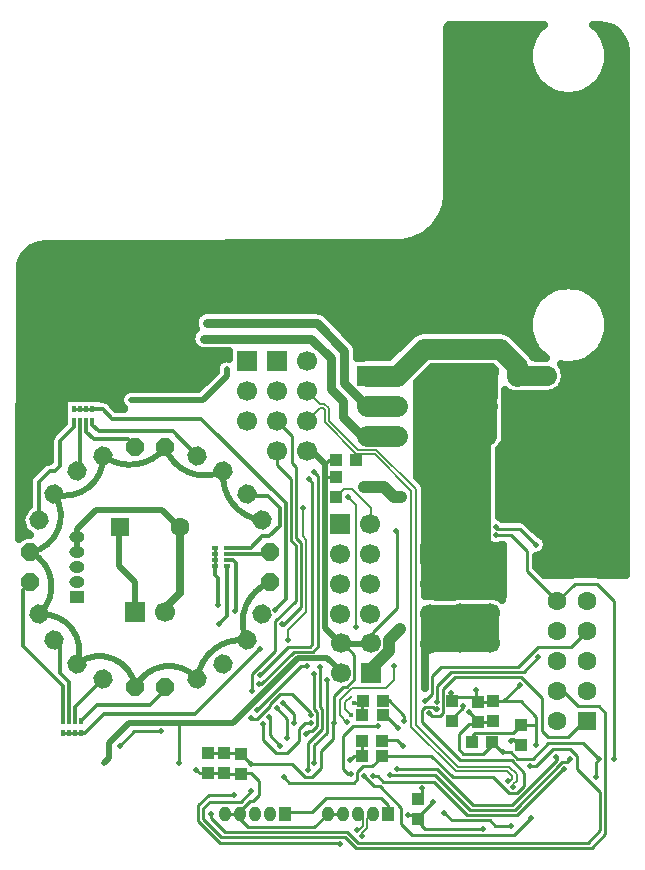
<source format=gtl>
G04 DipTrace 3.1.0.1*
G04 Top.gbr*
%MOIN*%
G04 #@! TF.FileFunction,Copper,L1,Top*
G04 #@! TF.Part,Single*
%AMOUTLINE0*5,1,8,0,0,0.066,-22.49998*%
%AMOUTLINE1*5,1,8,0,0,0.066,-262.500516*%
%AMOUTLINE2*5,1,8,0,0,0.066001,-232.500313*%
%AMOUTLINE3*5,1,8,0,0,0.066,7.499484*%
%AMOUTLINE4*5,1,8,0,0,0.066,-112.49998*%
%AMOUTLINE5*5,1,8,0,0,0.066,-202.49998*%
%AMOUTLINE6*5,1,8,0,0,0.066001,37.499687*%
%AMOUTLINE7*5,1,8,0,0,0.066,-82.500516*%
%AMOUTLINE8*5,1,8,0,0,0.066,-172.500516*%
%AMOUTLINE9*5,1,8,0,0,0.066,67.50002*%
%AMOUTLINE10*5,1,8,0,0,0.066001,-52.500313*%
%AMOUTLINE11*5,1,8,0,0,0.066001,-142.500313*%
G04 #@! TA.AperFunction,ViaPad*
%ADD14C,0.02*%
G04 #@! TA.AperFunction,Conductor*
%ADD15C,0.01*%
%ADD16C,0.04*%
%ADD17C,0.066929*%
%ADD18C,0.07*%
%ADD19C,0.03*%
%ADD21C,0.06*%
%ADD22C,0.14*%
G04 #@! TA.AperFunction,CopperBalancing*
%ADD23C,0.025*%
G04 #@! TA.AperFunction,Conductor*
%ADD24C,0.008*%
%ADD25C,0.014*%
%ADD26C,0.007*%
G04 #@! TA.AperFunction,ViaPad*
%ADD27C,0.015*%
G04 #@! TA.AperFunction,ComponentPad*
%ADD33C,0.062992*%
%ADD34R,0.062992X0.062992*%
%ADD35R,0.03937X0.043307*%
%ADD36R,0.043307X0.03937*%
G04 #@! TA.AperFunction,ComponentPad*
%ADD37R,0.066929X0.066929*%
%ADD38C,0.066929*%
%ADD39R,0.051181X0.03937*%
%ADD40O,0.051181X0.03937*%
%ADD41R,0.03937X0.051181*%
%ADD42O,0.03937X0.051181*%
%ADD43C,0.062992*%
%ADD46R,0.014X0.0195*%
%ADD47R,0.0195X0.014*%
G04 #@! TA.AperFunction,ViaPad*
%ADD59C,0.012*%
G04 #@! TA.AperFunction,ComponentPad*
%ADD120OUTLINE0*%
%ADD121OUTLINE1*%
%ADD122OUTLINE2*%
%ADD123OUTLINE3*%
%ADD124OUTLINE4*%
%ADD125OUTLINE5*%
%ADD126OUTLINE6*%
%ADD127OUTLINE7*%
%ADD128OUTLINE8*%
%ADD129OUTLINE9*%
%ADD130OUTLINE10*%
%ADD131OUTLINE11*%
%FSLAX26Y26*%
G04*
G70*
G90*
G75*
G01*
G04 Top*
%LPD*%
X1395002Y1751029D2*
D14*
X1411002D1*
X1454002Y1708029D1*
Y1661486D1*
Y1160029D1*
X1505002Y1109029D1*
X1507002D1*
X1935002Y881029D2*
D15*
X1965002Y851029D1*
Y848029D1*
X2013002D1*
X2014002Y849029D1*
X2047002Y746029D2*
X2046002D1*
X2013002Y779029D1*
Y772029D1*
X1983002Y742029D1*
X1916002D1*
X1901002Y757029D1*
Y807029D1*
X1935002Y841029D1*
X1958002D1*
X1965002Y848029D1*
X1065002Y743029D2*
X1118931D1*
X1119002Y742958D1*
X1174073D1*
X1175002Y742029D1*
X1174002D2*
X1208002Y708029D1*
X1209002Y707029D1*
X1507002Y1109029D2*
X1515002D1*
X1553002Y1071029D1*
Y991029D1*
X1527002Y965029D1*
X1515002D1*
X1485002Y935029D1*
Y845029D1*
X1481002D1*
Y790029D1*
X1441002Y750029D1*
Y695029D1*
X1411002Y665029D1*
X1389002D1*
X1346002Y708029D1*
X1208002D1*
X2047002Y746029D2*
X2074002D1*
X2096002Y724029D1*
X2147002D1*
X2200002Y777029D1*
X2315002D1*
X2369002Y723029D1*
X2419002D2*
Y1251029D1*
X2362002Y1308029D1*
X2288002D1*
X2229002Y1249029D1*
X2074002Y502029D2*
X2023002D1*
X2006002Y519029D1*
X1878002D1*
X1852002Y545029D1*
X2357002Y664029D2*
Y711029D1*
X2369002Y723029D1*
X1507002Y1109029D2*
Y1107029D1*
D14*
X1607002D1*
D15*
Y1109029D1*
X1615002D1*
Y1147029D1*
X1696002Y1228029D1*
Y1480029D1*
X1691002Y1485029D1*
X2024002Y1470029D2*
X2074002D1*
X2128002Y1416029D1*
Y1350029D1*
X2229002Y1249029D1*
X1492279Y1722201D2*
X1468174D1*
X1454002Y1708029D1*
X1493002Y1663958D2*
X1456475D1*
X1454002Y1661486D1*
X1706002Y1158029D2*
D16*
X1669002Y1121029D1*
Y1085029D1*
X1607002Y1023029D1*
Y1009029D1*
X1507002D2*
D14*
Y1016029D1*
X1463002Y1060029D1*
X1364002D1*
X1149002Y845029D1*
X967002D1*
X802002D1*
X734304Y777331D1*
Y727331D1*
X717002Y710029D1*
X1584002Y1629029D2*
D16*
X1653002D1*
X1685002Y1597029D1*
X1707002D1*
X1664753Y542029D2*
D15*
Y571278D1*
X1643002Y593029D1*
X1460002D1*
X1413002Y546029D1*
X1321002D1*
Y542029D1*
X967002Y711029D2*
Y845029D1*
X772002Y1496029D2*
D14*
X769002D1*
Y1367029D1*
X823002Y1313029D1*
Y1214029D1*
X808002Y1921029D2*
X1047723D1*
X1127002Y2000309D1*
Y2023029D1*
X823002Y963029D2*
G03X629702Y1041830I-119567J-16815D01*
G01*
G03X501396Y1206331I-116657J41299D01*
G01*
G03X473002Y1413029I-82952J93904D01*
G01*
G03X551803Y1606330I-22168J121749D01*
G01*
G03X716304Y1734635I34686J125136D01*
G01*
G03X923002Y1763029I89025J118475D01*
G01*
G03X1116303Y1684228I130454J43523D01*
G01*
G03X1244609Y1519727I147526J-17222D01*
G01*
X1273002Y1313029D2*
G03X1194202Y1119728I49385J-132844D01*
G01*
G03X1029700Y991423I-17991J-146541D01*
G01*
G03X823002Y963029I-93956J-82575D01*
G01*
X2195298Y1801029D2*
D17*
X2095298D1*
Y1885029D1*
X2211288D1*
X2195034Y1901284D1*
X2095034D2*
X2195034D1*
X2095298Y1801029D2*
Y1851029D1*
D18*
X2424002D1*
Y2560029D1*
X2052823Y2931209D1*
D14*
X2021002Y2963029D1*
X1595002Y1901029D2*
D18*
X1695002D1*
X1062002Y2178029D2*
D19*
X1427002D1*
X1520002Y2085029D1*
Y1976029D1*
X1595002Y1901029D1*
X1695002Y1801029D2*
D18*
X1595002D1*
D19*
X1579002D1*
X1515002Y1865029D1*
Y1916029D1*
X1474002Y1957029D1*
Y2061029D1*
X1410002Y2125029D1*
X1051002D1*
X1906371Y1409185D2*
D17*
Y1354398D1*
D22*
X1938002Y1386029D1*
Y1958060D1*
D17*
X1895034Y2001029D1*
Y1869738D1*
D18*
X1895298D1*
Y1801029D1*
D17*
X1995298D1*
Y1932570D1*
D18*
X1995034D1*
Y2001029D1*
D17*
X1895034D1*
Y1904459D1*
D18*
X1946622Y1852872D1*
D17*
X1995034Y1901284D1*
Y1901298D1*
D18*
X1943710Y1952622D1*
D17*
Y1849441D1*
X1895298Y1801029D1*
X1895034Y1901284D2*
X1995034D1*
X1395002Y1951029D2*
D24*
X1438002Y1908029D1*
X1452703D1*
X1468277Y1892453D1*
Y1851755D1*
X1565002Y1755029D1*
X1626586D1*
X1757502Y1624114D1*
Y837742D1*
X1897215Y698029D1*
X2069215D1*
X2093533Y673711D1*
Y651024D1*
X2083139Y640629D1*
Y632143D1*
X1395002Y1851029D2*
X1438002Y1894029D1*
X1446903D1*
X1454277Y1886655D1*
Y1845955D1*
X1559203Y1741029D1*
X1620787D1*
X1743502Y1618316D1*
Y831944D1*
X1891417Y684029D1*
X2063417D1*
X2079533Y667913D1*
Y656822D1*
X2073239Y650529D1*
X2064753D1*
X1559208Y1722201D2*
Y1737731D1*
X1562506Y1741029D1*
X1620787D1*
X1493002Y1597029D2*
Y1599029D1*
X1517002Y1623029D1*
X1545002D1*
X1609002Y1559029D1*
Y1511280D1*
X1606502Y1508780D1*
X1579002Y468029D2*
Y476515D1*
X1596753Y494264D1*
Y512830D1*
Y516830D1*
Y528029D1*
X1610753Y542029D1*
X1614753D1*
X1560617Y486415D2*
X1569102Y486413D1*
X1582753Y500064D1*
Y512830D1*
Y516830D1*
Y528029D1*
X1568753Y542029D1*
X1564753D1*
X1407002Y845029D2*
D15*
X1390002D1*
X1369002Y824029D1*
Y784029D1*
X1330002Y745029D1*
X1292002D1*
X1249002Y788029D1*
Y842029D1*
X1213002Y950029D2*
Y1008029D1*
X1290002Y1085029D1*
Y1184029D1*
X1357002Y1251029D1*
Y1436029D1*
X1342002Y1451029D1*
Y1658029D1*
X1295002Y1705029D1*
Y1751029D1*
X2329002Y849029D2*
X2317002D1*
X2265002Y797029D1*
X2200002D1*
X2179002Y818029D1*
Y927029D1*
X2109002Y997029D1*
X1890002D1*
X1849002Y956029D1*
Y878029D1*
X1837002Y866029D1*
X1811002D1*
X1801002Y876029D1*
X1417002Y1007029D2*
X1418002Y1006029D1*
Y891029D1*
X1428002Y881029D1*
Y834029D1*
X1411002Y817029D1*
X1403002D1*
X1393002Y807029D1*
X2226002Y732029D2*
X2228002D1*
Y719029D1*
X2080002Y571029D1*
X1947002D1*
X1828002Y690029D1*
X1695002D1*
X1312002Y1174029D2*
X1315002Y1171029D1*
X1376002Y1232029D1*
Y1443029D1*
X1360002Y1459029D1*
Y1697029D1*
X1345002Y1712029D1*
Y1801029D1*
X1295002Y1851029D1*
X1090002Y1368029D2*
Y1388029D1*
Y1408029D1*
Y1428029D1*
X582002Y811029D2*
X602002D1*
X622002D1*
X642002D1*
D25*
X656002D1*
X718002Y873029D1*
X1022002D1*
X1240002Y1091029D1*
X1099002Y1237029D2*
Y1328029D1*
X1090002Y1337029D1*
Y1368029D1*
X620002Y1890029D2*
D15*
X640002D1*
X660002D1*
X680002D1*
D25*
X714002D1*
X746002Y1858029D1*
X1043002D1*
X1324002Y1577029D1*
Y1256029D1*
X1288876Y1220903D1*
X582002Y851029D2*
Y967029D1*
X448002Y1101029D1*
Y1288029D1*
X473002Y1313029D1*
X2139002Y699029D2*
D15*
X2157002D1*
X2215002Y757029D1*
X2272002D1*
X2294002Y735029D1*
Y692029D1*
X2373002Y613029D1*
Y487029D1*
X2331002Y445029D1*
X1564002D1*
X1529002Y480029D1*
X1121002D1*
X1075002Y526029D1*
Y541029D1*
X1916002Y901029D2*
Y895029D1*
X1870002Y849029D1*
X1880002D1*
X2074002Y783029D2*
X2081002Y790029D1*
X2101002Y770029D1*
X2107002D1*
X1780002Y626029D2*
Y606029D1*
X1765002Y591029D1*
X1645931Y784029D2*
Y787029D1*
X1695002D1*
X1715002Y767029D1*
X1698002Y828029D2*
X1655002Y871029D1*
X1646931D1*
X1719002Y850029D2*
Y867029D1*
X1667002Y919029D1*
X1648931D1*
X1647931Y918029D1*
X1645002Y735029D2*
X1810002D1*
X1882002Y663029D1*
X2014002D1*
X2068002Y609029D1*
X2095002D1*
X2120002Y634029D1*
Y676029D1*
X2077002Y719029D1*
X1905002D1*
X1778002Y846029D1*
Y887029D1*
X1788002Y897029D1*
X1814002D1*
X1825002Y886029D1*
X1828002Y889029D1*
X1645002Y735029D2*
X1647002D1*
X1611002Y699029D1*
X1583002D1*
X1563002Y679029D1*
Y657029D1*
X1551002Y645029D1*
X1335002D1*
X1317002Y663029D1*
X1315002Y910029D2*
X1351002Y874029D1*
Y844029D1*
X1207002Y860029D2*
X1205002Y858029D1*
X1230002D1*
X1273273Y901299D1*
Y907299D1*
X1305002Y939029D1*
X1346002D1*
X1407002Y878029D1*
Y871029D1*
X1130002Y1368029D2*
D25*
Y1201029D1*
X1103002Y1174029D1*
X660002Y1850029D2*
Y1814029D1*
X685002Y1789029D1*
X797002D1*
X823002Y1763029D1*
X1130002Y1428029D2*
X1207002D1*
X1245002Y1466029D1*
X1269002D1*
X1304002Y1501029D1*
Y1559029D1*
X1264002Y1599029D1*
X1201909D1*
X1194609Y1606331D1*
X923002Y963029D2*
Y954029D1*
X873002Y904029D1*
X695002D1*
X642002Y851029D1*
X680002Y1850029D2*
Y1838029D1*
X702002Y1816029D1*
X947900D1*
X1029700Y1734228D1*
X622002Y851029D2*
Y897528D1*
X716304Y991830D1*
X1130002Y1408029D2*
X1268002D1*
X1273002Y1413029D1*
X501803Y1519727D2*
Y1646830D1*
X538002Y1683029D1*
X554002D1*
X573002Y1702029D1*
Y1783029D1*
X619002Y1829029D1*
Y1849029D1*
X620002Y1850029D1*
X640002D2*
Y1694936D1*
X629700Y1684635D1*
X1130002Y1388029D2*
X1147002D1*
X1158002Y1377029D1*
Y1222029D1*
X1154002Y1218029D1*
X602002Y851029D2*
Y981029D1*
X573002Y1010029D1*
Y1098122D1*
X551396Y1119727D1*
X1595002Y2001029D2*
D18*
X1695002D1*
X2095034D2*
D17*
X2195034D1*
X1806106Y1108912D2*
D23*
X1787002D1*
Y960029D1*
X630002Y1463029D2*
D14*
Y1492029D1*
X692002Y1554029D1*
X912002D1*
X971002Y1495029D1*
X972002Y1496029D1*
X630002Y1413029D2*
Y1463029D1*
X972002Y1496029D2*
D23*
Y1276029D1*
X909002Y1213029D1*
D15*
X924002D1*
X923002Y1214029D1*
X1880002Y915958D2*
X1875002D1*
Y944029D1*
X1880002Y915958D2*
X1877931D1*
X1893002Y931029D1*
X1948931D1*
X1965002Y914958D1*
X2013002D1*
X2014002Y915958D1*
X1765002Y524100D2*
Y529966D1*
X1776002Y540966D1*
X1816065Y581029D1*
X2014002Y915958D2*
X2049931D1*
X2104002Y970029D1*
X1958002Y955029D2*
Y921958D1*
X1965002Y914958D1*
X2159002Y771029D2*
Y835958D1*
Y864029D1*
X2107073Y915958D1*
X2014002D1*
X1580002Y784029D2*
X1579002D1*
X1580002Y871029D2*
Y909029D1*
X1551002D1*
X1581002Y918029D2*
X1582002D1*
Y911029D1*
X1580002Y909029D1*
X1732002Y538029D2*
X1751073D1*
X1765002Y524100D1*
X1981002Y492029D2*
X1787002D1*
X1776002Y503029D1*
Y540966D1*
X1578073Y735029D2*
Y783100D1*
X1946073Y779029D2*
Y801100D1*
X1956002Y811029D1*
X2081073D1*
X2107002Y836958D1*
X2159002Y835958D1*
X1171002Y542029D2*
Y550029D1*
X1205002Y584029D1*
X1215002D1*
X1235002Y604029D1*
Y651029D1*
X1210002Y676029D1*
X1175931D1*
X1175002Y675100D1*
X1119931D1*
X1119002Y676029D1*
X1065073D1*
X1065002Y676100D1*
X1036931D1*
X1025002Y688029D1*
X1171002Y542029D2*
Y524029D1*
X1199002Y496029D1*
X1418753D1*
X1464753Y542029D1*
X1121002D2*
X1171002D1*
X1464753D2*
X1514753D1*
X2095034Y2001029D2*
D18*
Y2034997D1*
X2038002Y2092029D1*
X1786002D1*
X1695002Y2001029D1*
X1806106Y1208912D2*
D21*
X1906098D1*
X1906371Y1209185D1*
X2006382D1*
Y1109185D1*
X1906371D1*
X1806379D1*
X1806106Y1108912D1*
Y1208912D1*
X1906371Y1209185D2*
Y1109185D1*
X2006382D2*
X2006371D1*
X1906371Y1209185D1*
X1806106Y1208912D2*
X1806644D1*
X1906371Y1109185D1*
Y1209185D2*
D15*
Y1209177D1*
X1806106Y1108912D1*
X2006382Y1209185D2*
X2006371D1*
X1906371Y1109185D1*
X1578073Y735029D2*
X1551002D1*
X1537002Y721029D1*
X1543002Y869029D2*
D26*
X1523002Y889029D1*
Y913029D1*
X1541002Y931029D1*
X1333002Y1121029D2*
Y1153029D1*
X1393002Y1213029D1*
Y1455029D1*
X1382002Y1466029D1*
Y1562029D1*
X2166002Y1063029D2*
D15*
X2117002Y1014029D1*
X1874002D1*
X1827002Y967029D1*
Y915029D1*
X1438002Y1029029D2*
Y896029D1*
X1445002Y889029D1*
Y824029D1*
X1399002Y778029D1*
Y687029D1*
X2251002Y689029D2*
X2247002D1*
X2096002Y538029D1*
X1930002D1*
X1820002Y648029D1*
X1650002D1*
X1631002Y667029D1*
X1615002D1*
X1306002Y768029D2*
X1271002Y803029D1*
Y862029D1*
X1270002Y863029D1*
X1234002Y973029D2*
X1242002D1*
X1351002Y1082029D1*
X1416002D1*
X1433002Y1099029D1*
Y1668029D1*
X1419002Y1682029D1*
X2229002Y949029D2*
X2249002D1*
X2297002Y901029D1*
X2367002D1*
X2390002Y878029D1*
Y474029D1*
X2344002Y428029D1*
X1558002D1*
X1523002Y463029D1*
X1110002D1*
X1049002Y524029D1*
Y560029D1*
X1071002Y582029D1*
X1174002D1*
X1209002Y617029D1*
X1401002Y1657029D2*
X1413002Y1645029D1*
Y1107029D1*
X1404002Y1098029D1*
X1333002D1*
X1238002Y1003029D1*
X1294002Y894029D2*
X1330002Y858029D1*
Y793029D1*
X2273002Y723029D2*
X2272002Y724029D1*
X2261002Y713029D1*
X2245002D1*
X2087002Y555029D1*
X1937002D1*
X1823002Y669029D1*
X1673002D1*
X2024002Y1496029D2*
Y1492029D1*
X2104002D1*
X2158002Y1438029D1*
X1396002Y1034029D2*
X1376002D1*
X1228002Y886029D1*
X909002Y817029D2*
X820002D1*
X771002Y768029D1*
X2143002Y528029D2*
X2085002Y470029D1*
X1746002D1*
X1710002Y506029D1*
Y560029D1*
X1637002Y633029D1*
X1619002D1*
X1585002Y667029D1*
X1541002Y673029D2*
X1531002D1*
X1515002Y689029D1*
Y801029D1*
X1547002Y833029D1*
X1631002D1*
X1531002Y1597029D2*
D26*
X1559002Y1569029D1*
Y1164029D1*
X1686002Y1033029D2*
Y988029D1*
X1658002Y960029D1*
X1544002D1*
X1505002Y921029D1*
Y869029D1*
X1529002Y845029D1*
Y847029D1*
X2329002Y1149029D2*
D15*
X2276002Y1096029D1*
X2166002D1*
X2100002Y1030029D1*
X1842002D1*
X1811002Y999029D1*
Y940029D1*
X1789002Y918029D1*
X1462002Y987029D2*
Y812029D1*
X1420002Y770029D1*
Y709029D1*
X1153002Y604029D2*
X1067002D1*
X1032002Y569029D1*
Y517029D1*
X1106002Y443029D1*
X1504002D1*
X1506002Y441029D1*
D14*
X1935002Y881029D3*
X2047002Y746029D3*
X1209002Y707029D3*
X2369002Y723029D3*
X2419002D3*
X2047002Y746029D3*
X2074002Y502029D3*
X1852002Y545029D3*
X2357002Y664029D3*
X1691002Y1485029D3*
X2024002Y1470029D3*
X1485002Y845029D3*
X1706002Y1158029D3*
X717002Y710029D3*
X1584002Y1629029D3*
X1707002Y1597029D3*
X967002Y711029D3*
X808002Y1921029D3*
X1127002Y2023029D3*
X1062002Y2178029D3*
X1051002Y2125029D3*
X2083139Y632143D3*
X2064753Y650529D3*
X1579002Y468029D3*
X1560617Y486415D3*
X1407002Y845029D3*
X1249002Y842029D3*
X1213002Y950029D3*
X1801002Y876029D3*
X1417002Y1007029D3*
X1393002Y807029D3*
X2226002Y732029D3*
X1695002Y690029D3*
X1312002Y1174029D3*
X1240002Y1091029D3*
X1099002Y1237029D3*
X1288876Y1220903D3*
X2139002Y699029D3*
X1075002Y541029D3*
X1916002Y901029D3*
X2074002Y783029D3*
X1780002Y626029D3*
X1715002Y767029D3*
X1698002Y828029D3*
X1719002Y850029D3*
X1828002Y889029D3*
X1317002Y663029D3*
X1315002Y910029D3*
X1351002Y844029D3*
X1207002Y860029D3*
X1407002Y871029D3*
X1103002Y1174029D3*
X1154002Y1218029D3*
X1787002Y960029D3*
X1875002Y944029D3*
X1787002Y960029D3*
X1816065Y581029D3*
X2104002Y970029D3*
X1958002Y955029D3*
X2159002Y771029D3*
D27*
X1551002Y909029D3*
D14*
X1732002Y538029D3*
X1981002Y492029D3*
X1025002Y688029D3*
X1537002Y721029D3*
D27*
X1543002Y869029D3*
D59*
X1541002Y931029D3*
D14*
X1333002Y1121029D3*
X1382002Y1562029D3*
X2166002Y1063029D3*
X1827002Y915029D3*
X1438002Y1029029D3*
X1399002Y687029D3*
X2251002Y689029D3*
X1615002Y667029D3*
X1306002Y768029D3*
X1270002Y863029D3*
X1234002Y973029D3*
X1419002Y1682029D3*
X1209002Y617029D3*
X1401002Y1657029D3*
X1238002Y1003029D3*
X1294002Y894029D3*
X1330002Y793029D3*
X2273002Y723029D3*
X1673002Y669029D3*
X2024002Y1496029D3*
X2158002Y1438029D3*
X1396002Y1034029D3*
X1228002Y886029D3*
X909002Y817029D3*
X771002Y768029D3*
X2143002Y528029D3*
X1585002Y667029D3*
X1541002Y673029D3*
X1631002Y833029D3*
X1531002Y1597029D3*
X1559002Y1164029D3*
X1686002Y1033029D3*
X1529002Y847029D3*
X1789002Y918029D3*
X1462002Y987029D3*
X1420002Y709029D3*
X1153002Y604029D3*
X1506002Y441029D3*
X1871002Y3163029D3*
X1921002D3*
X1971002D3*
X2021002D3*
X2071002D3*
X2121002D3*
Y3113029D3*
X2071002D3*
X2021002D3*
X1971002D3*
X1921002D3*
X1871002D3*
Y3063029D3*
X1921002D3*
X1971002D3*
X2021002D3*
X2071002D3*
X2121002D3*
Y3013029D3*
X2071002D3*
X2021002D3*
X1971002D3*
X1921002D3*
X1871002D3*
Y2963029D3*
X1921002D3*
X1971002D3*
X2021002D3*
X2071002D3*
X2121002D3*
X471002Y2263029D3*
Y2213029D3*
Y2163029D3*
Y2113029D3*
Y2063029D3*
Y2013029D3*
Y1963029D3*
Y1813029D3*
Y1763029D3*
Y1713029D3*
Y1663029D3*
X521002Y1713029D3*
Y1763029D3*
Y1813029D3*
X671002Y2413029D3*
X771002D3*
X871002D3*
X971002D3*
X1071002D3*
X1171002D3*
X1271002D3*
X1371002D3*
X1471002D3*
X1571002D3*
X1671002D3*
X1771002D3*
Y2313029D3*
X571002Y2263029D3*
Y2163029D3*
Y2063029D3*
X1671002Y2313029D3*
X1571002D3*
X1421002Y2363029D3*
X1321002D3*
X1221002D3*
X1121002D3*
X1021002D3*
X1521002D3*
X1621002D3*
X1721002D3*
Y2263029D3*
X1621002D3*
X571002Y1963029D3*
X2221002Y2863029D3*
X2321002D3*
X2221002Y2763029D3*
X2321002D3*
Y2663029D3*
X2221002D3*
Y2563029D3*
X2321002D3*
Y2463029D3*
X2221002D3*
X2321002Y2363029D3*
X2221002D3*
X2121002Y2263029D3*
Y2163029D3*
X2321002Y1963029D3*
Y1863029D3*
X1071002Y2263029D3*
X1171002D3*
X1371002D3*
X1271002D3*
X971002D3*
X1471002D3*
X1671002Y2163029D3*
X1571002D3*
X1771002D3*
X671002Y1963029D3*
Y2063029D3*
Y2163029D3*
Y2263029D3*
X2071002Y1663029D3*
X2171002D3*
X2271002D3*
X2371002Y1763029D3*
Y1863029D3*
Y1963029D3*
Y1563029D3*
Y1463029D3*
X1865014Y3146660D2*
D23*
X2158060D1*
X2375951D2*
X2428959D1*
X1865063Y3121791D2*
X2143462D1*
X2390502D2*
X2446342D1*
X1865111Y3096923D2*
X2135160D1*
X2398851D2*
X2453959D1*
X1865160Y3072054D2*
X2131938D1*
X2402075D2*
X2456010D1*
X1865210Y3047185D2*
X2133451D1*
X2400560D2*
X2456010D1*
X1865258Y3022316D2*
X2139799D1*
X2394214D2*
X2456010D1*
X1865307Y2997448D2*
X2151908D1*
X2382103D2*
X2456010D1*
X1865355Y2972579D2*
X2171879D1*
X2362084D2*
X2456010D1*
X1865404Y2947710D2*
X2207622D1*
X2326391D2*
X2456010D1*
X1865454Y2922841D2*
X2456010D1*
X1865454Y2897973D2*
X2456010D1*
X1865502Y2873104D2*
X2456010D1*
X1865551Y2848235D2*
X2456010D1*
X1865599Y2823366D2*
X2456010D1*
X1865648Y2798497D2*
X2456010D1*
X1865698Y2773629D2*
X2456010D1*
X1865746Y2748760D2*
X2456010D1*
X1865795Y2723891D2*
X2456010D1*
X1865844Y2699022D2*
X2456010D1*
X1865892Y2674154D2*
X2456010D1*
X1865942Y2649285D2*
X2456010D1*
X1865991Y2624416D2*
X2456010D1*
X1865014Y2599547D2*
X2456010D1*
X1861450Y2574679D2*
X2456010D1*
X1853198Y2549810D2*
X2456010D1*
X1841479Y2524941D2*
X2456010D1*
X1823559Y2500072D2*
X2456010D1*
X1795727Y2475204D2*
X2456010D1*
X1744603Y2450335D2*
X2456010D1*
X476391Y2425466D2*
X2456010D1*
X452758Y2400597D2*
X2456010D1*
X442748Y2375728D2*
X2456010D1*
X440991Y2350860D2*
X2456010D1*
X440892Y2325991D2*
X2456010D1*
X440844Y2301122D2*
X2244340D1*
X2289623D2*
X2456010D1*
X440746Y2276253D2*
X2185063D1*
X2348900D2*
X2456010D1*
X440648Y2251385D2*
X2159770D1*
X2374242D2*
X2456010D1*
X440599Y2226516D2*
X2144487D1*
X2389526D2*
X2456010D1*
X440502Y2201647D2*
X1025395D1*
X1464575D2*
X2135698D1*
X2398315D2*
X2456010D1*
X440404Y2176778D2*
X1018022D1*
X1489428D2*
X2132035D1*
X2401976D2*
X2456010D1*
X440355Y2151910D2*
X1016899D1*
X1514282D2*
X1769535D1*
X2054467D2*
X2133110D1*
X2400903D2*
X2456010D1*
X440258Y2127041D2*
X1007084D1*
X1539183D2*
X1731547D1*
X2092455D2*
X2139018D1*
X2394994D2*
X2456010D1*
X440160Y2102172D2*
X1013871D1*
X1560278D2*
X1706694D1*
X2117308D2*
X2150542D1*
X2383471D2*
X2456010D1*
X440111Y2077303D2*
X1132523D1*
X1563988D2*
X1681840D1*
X2142162D2*
X2169682D1*
X2364330D2*
X2456010D1*
X440014Y2052434D2*
X1102884D1*
X2330834D2*
X2456010D1*
X439916Y2027566D2*
X1088286D1*
X2251294D2*
X2456010D1*
X439867Y2002697D2*
X1075298D1*
X2257494D2*
X2456010D1*
X439770Y1977828D2*
X1050443D1*
X2252807D2*
X2456010D1*
X439672Y1952959D2*
X787798D1*
X2233374D2*
X2456010D1*
X439623Y1928091D2*
X769682D1*
X2059155D2*
X2456010D1*
X439526Y1903222D2*
X583988D1*
X750659D2*
X773636D1*
X2059008D2*
X2456010D1*
X439428Y1878353D2*
X583988D1*
X2057739D2*
X2456010D1*
X439379Y1853484D2*
X583304D1*
X2057739D2*
X2456010D1*
X439282Y1828616D2*
X568754D1*
X2057739D2*
X2456010D1*
X439183Y1803747D2*
X544194D1*
X2057739D2*
X2456010D1*
X439135Y1778878D2*
X537015D1*
X2053539D2*
X2456010D1*
X439038Y1754009D2*
X537015D1*
X2036987D2*
X2456010D1*
X438939Y1729141D2*
X537015D1*
X2036987D2*
X2456010D1*
X438891Y1704272D2*
X509379D1*
X2036987D2*
X2456010D1*
X438794Y1679403D2*
X484526D1*
X2036987D2*
X2456010D1*
X438695Y1654534D2*
X466703D1*
X2036987D2*
X2456010D1*
X438647Y1629665D2*
X465775D1*
X2036987D2*
X2456010D1*
X438550Y1604797D2*
X465775D1*
X2036987D2*
X2456010D1*
X438451Y1579928D2*
X465775D1*
X2036987D2*
X2456010D1*
X438403Y1555059D2*
X453870D1*
X2036987D2*
X2456010D1*
X2039379Y1530190D2*
X2456010D1*
X2137719Y1505322D2*
X2456010D1*
X438159Y1480453D2*
X454880D1*
X2162622D2*
X2456010D1*
X2192504Y1455584D2*
X2456010D1*
X2196263Y1430715D2*
X2456010D1*
X2177710Y1405847D2*
X2456010D1*
X2161987Y1380978D2*
X2456010D1*
X2168968Y1356109D2*
X2456010D1*
X466034Y1474576D2*
X458924Y1479043D1*
X454577Y1483505D1*
X451392Y1488860D1*
X447488Y1502219D1*
X443008Y1519205D1*
X442601Y1525420D1*
X443656Y1531560D1*
X445145Y1535442D1*
X450174Y1544291D1*
X459854Y1560917D1*
X463960Y1565601D1*
X467260Y1568133D1*
X2159502Y1401528D2*
Y1363050D1*
X2184561Y1338018D1*
X2278473Y1338029D1*
X2285531Y1339432D1*
X2364473D1*
X2369737Y1338551D1*
X2396002Y1338029D1*
X2458502D1*
Y3082471D1*
X2455010Y3107307D1*
X2446118Y3128259D1*
X2432106Y3146194D1*
X2413931Y3159894D1*
X2392832Y3168424D1*
X2367518Y3171542D1*
X2349147Y3171532D1*
X2360787Y3161315D1*
X2367855Y3153667D1*
X2374303Y3145490D1*
X2380089Y3136830D1*
X2385178Y3127744D1*
X2389538Y3118286D1*
X2393143Y3108516D1*
X2395970Y3098492D1*
X2398001Y3088278D1*
X2399224Y3077936D1*
X2399634Y3067530D1*
X2399224Y3057125D1*
X2398001Y3046782D1*
X2395970Y3036568D1*
X2393143Y3026545D1*
X2389538Y3016774D1*
X2385178Y3007316D1*
X2380089Y2998231D1*
X2374303Y2989571D1*
X2367855Y2981394D1*
X2360787Y2973746D1*
X2353139Y2966677D1*
X2344962Y2960230D1*
X2336302Y2954444D1*
X2327216Y2949354D1*
X2317758Y2944995D1*
X2307988Y2941390D1*
X2297964Y2938563D1*
X2287750Y2936532D1*
X2277408Y2935309D1*
X2267002Y2934899D1*
X2256597Y2935309D1*
X2246254Y2936532D1*
X2236040Y2938563D1*
X2226017Y2941390D1*
X2216246Y2944995D1*
X2206788Y2949354D1*
X2197703Y2954444D1*
X2189043Y2960230D1*
X2180866Y2966677D1*
X2173218Y2973746D1*
X2166149Y2981394D1*
X2159702Y2989571D1*
X2153916Y2998231D1*
X2148826Y3007316D1*
X2144467Y3016774D1*
X2140862Y3026545D1*
X2138035Y3036568D1*
X2136004Y3046782D1*
X2134781Y3057125D1*
X2134371Y3067530D1*
X2134781Y3077936D1*
X2136004Y3088278D1*
X2138035Y3098492D1*
X2140862Y3108516D1*
X2144467Y3118286D1*
X2148826Y3127744D1*
X2153916Y3136830D1*
X2159702Y3145490D1*
X2166149Y3153667D1*
X2173218Y3161315D1*
X2184858Y3171532D1*
X1876943Y3171528D1*
X1871627Y3170669D1*
X1868602Y3169291D1*
X1866051Y3167167D1*
X1864157Y3164453D1*
X1863042Y3161328D1*
X1862493Y3154365D1*
X1863380Y2605410D1*
X1857763Y2567475D1*
X1842452Y2529822D1*
X1818607Y2496902D1*
X1787605Y2470612D1*
X1751231Y2452466D1*
X1711816Y2443566D1*
X524863Y2440534D1*
X501235Y2438160D1*
X483971Y2432162D1*
X474281Y2425882D1*
X451846Y2403427D1*
X444651Y2390812D1*
X440073Y2375057D1*
X438481Y2353314D1*
X435559Y1456186D1*
X444798Y1464957D1*
X450232Y1468000D1*
X456228Y1469690D1*
X460374Y1470017D1*
X473400Y1470309D1*
X458924Y1479043D1*
X454577Y1483505D1*
X451392Y1488858D1*
X450004Y1492780D1*
X442710Y1521264D1*
X442791Y1527494D1*
X444324Y1533530D1*
X446114Y1537284D1*
X461098Y1562584D1*
X465560Y1566932D1*
X467617Y1568345D1*
X468279Y1569727D1*
X468383Y1649434D1*
X469918Y1657158D1*
X473216Y1664310D1*
X478092Y1670494D1*
X478340Y1670725D1*
X516245Y1708503D1*
X522794Y1712878D1*
X530182Y1715604D1*
X538002Y1716529D1*
X538341Y1716516D1*
X539544Y1716529D1*
X539606Y1785658D1*
X541141Y1793381D1*
X544439Y1800533D1*
X549315Y1806717D1*
X549563Y1806948D1*
X585533Y1842936D1*
X585914Y1854269D1*
X586504Y1857117D1*
X586502Y1926278D1*
X713502D1*
Y1923496D1*
X719242Y1923117D1*
X726823Y1920979D1*
X733693Y1917131D1*
X737690Y1913717D1*
X759891Y1891516D1*
X786481Y1891529D1*
X782193Y1895219D1*
X778473Y1899575D1*
X775480Y1904458D1*
X773288Y1909749D1*
X771951Y1915319D1*
X771502Y1921029D1*
X771951Y1926739D1*
X773288Y1932309D1*
X775480Y1937600D1*
X778473Y1942483D1*
X782193Y1946839D1*
X786548Y1950558D1*
X791431Y1953551D1*
X796723Y1955743D1*
X802292Y1957080D1*
X808002Y1957529D1*
X1032661D1*
X1090518Y2015442D1*
X1090615Y2025892D1*
X1091510Y2031550D1*
X1093281Y2036997D1*
X1095882Y2042100D1*
X1099248Y2046734D1*
X1103298Y2050784D1*
X1107931Y2054150D1*
X1113034Y2056751D1*
X1118481Y2058521D1*
X1124139Y2059416D1*
X1129866D1*
X1135038Y2058593D1*
X1135002Y2083529D1*
X1047746Y2083656D1*
X1041315Y2084676D1*
X1035120Y2086688D1*
X1029319Y2089644D1*
X1024050Y2093473D1*
X1019446Y2098076D1*
X1015618Y2103345D1*
X1012661Y2109147D1*
X1010649Y2115341D1*
X1009630Y2121773D1*
Y2128285D1*
X1010649Y2134717D1*
X1012661Y2140911D1*
X1015618Y2146713D1*
X1019446Y2151982D1*
X1024050Y2156585D1*
X1025719Y2157902D1*
X1022534Y2165205D1*
X1021013Y2171537D1*
X1020502Y2178029D1*
X1021013Y2184521D1*
X1022534Y2190853D1*
X1025026Y2196870D1*
X1028428Y2202423D1*
X1032657Y2207374D1*
X1037609Y2211604D1*
X1043161Y2215005D1*
X1049178Y2217497D1*
X1055510Y2219018D1*
X1062002Y2219529D1*
X1430258Y2219402D1*
X1436690Y2218382D1*
X1442884Y2216370D1*
X1448686Y2213413D1*
X1453955Y2209585D1*
X1500542Y2163180D1*
X1551559Y2111982D1*
X1555387Y2106713D1*
X1558344Y2100911D1*
X1560355Y2094717D1*
X1561375Y2088285D1*
X1561454Y2060994D1*
X1581376D1*
X1590177Y2062340D1*
X1632502Y2062529D1*
X1669563D1*
X1746061Y2138794D1*
X1753868Y2144466D1*
X1762467Y2148848D1*
X1771645Y2151830D1*
X1781177Y2153340D1*
X1811002Y2153529D1*
X2042828Y2153340D1*
X2052359Y2151830D1*
X2061538Y2148848D1*
X2070136Y2144466D1*
X2077943Y2138794D1*
X2099168Y2117839D1*
X2141799Y2074938D1*
X2147471Y2067131D1*
X2149981Y2062592D1*
X2157534Y2060994D1*
X2191470D1*
X2180866Y2069176D1*
X2173218Y2076244D1*
X2166149Y2083892D1*
X2159702Y2092070D1*
X2153916Y2100730D1*
X2148826Y2109815D1*
X2144467Y2119273D1*
X2140862Y2129043D1*
X2138035Y2139067D1*
X2136004Y2149281D1*
X2134781Y2159623D1*
X2134371Y2170029D1*
X2134781Y2180434D1*
X2136004Y2190777D1*
X2138035Y2200991D1*
X2140862Y2211015D1*
X2144467Y2220785D1*
X2148826Y2230243D1*
X2153916Y2239328D1*
X2159702Y2247988D1*
X2166149Y2256165D1*
X2173218Y2263814D1*
X2180866Y2270882D1*
X2189043Y2277330D1*
X2197703Y2283116D1*
X2206788Y2288205D1*
X2216246Y2292564D1*
X2226017Y2296169D1*
X2236040Y2298996D1*
X2246254Y2301028D1*
X2256597Y2302251D1*
X2267002Y2302660D1*
X2277408Y2302251D1*
X2287750Y2301028D1*
X2297964Y2298996D1*
X2307988Y2296169D1*
X2317758Y2292564D1*
X2327216Y2288205D1*
X2336302Y2283116D1*
X2344962Y2277330D1*
X2353139Y2270882D1*
X2360787Y2263814D1*
X2367855Y2256165D1*
X2374303Y2247988D1*
X2380089Y2239328D1*
X2385178Y2230243D1*
X2389538Y2220785D1*
X2393143Y2211015D1*
X2395970Y2200991D1*
X2398001Y2190777D1*
X2399224Y2180434D1*
X2399634Y2170029D1*
X2399224Y2159623D1*
X2398001Y2149281D1*
X2395970Y2139067D1*
X2393143Y2129043D1*
X2389538Y2119273D1*
X2385178Y2109815D1*
X2380089Y2100730D1*
X2374303Y2092070D1*
X2367855Y2083892D1*
X2360787Y2076244D1*
X2353139Y2069176D1*
X2344962Y2062728D1*
X2336302Y2056942D1*
X2327216Y2051853D1*
X2317758Y2047494D1*
X2307988Y2043889D1*
X2297964Y2041062D1*
X2287750Y2039030D1*
X2277408Y2037807D1*
X2267002Y2037398D1*
X2256597Y2037807D1*
X2240470Y2040181D1*
X2246162Y2032361D1*
X2250434Y2023976D1*
X2253342Y2015028D1*
X2254813Y2005734D1*
Y1996324D1*
X2253342Y1987030D1*
X2250434Y1978081D1*
X2246162Y1969697D1*
X2240631Y1962085D1*
X2233977Y1955432D1*
X2226366Y1949900D1*
X2217981Y1945629D1*
X2209033Y1942721D1*
X2199739Y1941249D1*
X2145034Y1941064D1*
X2108657D1*
X2099859Y1939718D1*
X2090208D1*
X2080677Y1941228D1*
X2071498Y1944210D1*
X2062900Y1948592D1*
X2056530Y1953131D1*
X2056798Y1932570D1*
X2056040Y1922949D1*
X2055249Y1918971D1*
X2056345Y1906123D1*
Y1896473D1*
X2055250Y1889032D1*
X2055077Y1796324D1*
X2053606Y1787030D1*
X2050698Y1778081D1*
X2046426Y1769697D1*
X2040895Y1762085D1*
X2037686Y1758616D1*
X2040895Y1762085D1*
X2034502Y1755668D1*
Y1530961D1*
X2040573Y1528551D1*
X2045456Y1525558D1*
X2047994Y1523517D1*
X2106473Y1523432D1*
X2113736Y1521987D1*
X2120462Y1518887D1*
X2126277Y1514303D1*
X2126506Y1514055D1*
X2167260Y1473320D1*
X2174573Y1470551D1*
X2179456Y1467558D1*
X2183812Y1463839D1*
X2187531Y1459483D1*
X2190525Y1454600D1*
X2192716Y1449309D1*
X2194054Y1443739D1*
X2194502Y1438029D1*
X2194054Y1432319D1*
X2192716Y1426749D1*
X2190525Y1421458D1*
X2187531Y1416575D1*
X2183812Y1412219D1*
X2179456Y1408500D1*
X2174573Y1405507D1*
X2169282Y1403315D1*
X2163712Y1401978D1*
X2159491Y1401588D1*
X784307Y1893267D2*
X780248Y1897324D1*
X776880Y1901958D1*
X774281Y1907060D1*
X772510Y1912508D1*
X771615Y1918165D1*
Y1923892D1*
X772510Y1929550D1*
X774281Y1934997D1*
X776880Y1940100D1*
X780248Y1944734D1*
X784298Y1948784D1*
X788931Y1952151D1*
X794034Y1954751D1*
X799481Y1956521D1*
X805139Y1957416D1*
X808002Y1957529D1*
X1790496Y1416660D2*
X2047019D1*
X1790496Y1391791D2*
X2047019D1*
X1790496Y1366923D2*
X2047019D1*
X1790496Y1342054D2*
X2047019D1*
X1790496Y1317185D2*
X2047019D1*
X1790496Y1292316D2*
X2047019D1*
X1821599Y1267448D2*
X1889695D1*
X1923064D2*
X1989695D1*
X2023064D2*
X2047019D1*
X1986384Y1265673D2*
X1992383Y1267492D1*
X2001677Y1268965D1*
X2011086D1*
X2020380Y1267492D1*
X2029329Y1264585D1*
X2037714Y1260314D1*
X2045325Y1254782D1*
X2046581Y1253621D1*
X2049502Y1266029D1*
Y1438538D1*
X2042410Y1438529D1*
X2035282Y1435315D1*
X2029712Y1433978D1*
X2024002Y1433529D1*
X2018292Y1433978D1*
X2012723Y1435315D1*
X2007431Y1437507D1*
X2002240Y1440743D1*
X1787987Y1441467D1*
X1788002Y1266058D1*
X1796725Y1268138D1*
X1806106Y1268877D1*
X1815487Y1268138D1*
X1824636Y1265942D1*
X1826103Y1265400D1*
X1885550Y1265412D1*
X1892372Y1267492D1*
X1901666Y1268965D1*
X1911076D1*
X1920370Y1267492D1*
X1926368Y1265673D1*
X1986303Y1265685D1*
X1808216Y2024791D2*
X2015765D1*
X1783363Y1999923D2*
X2016400D1*
X1764002Y1975054D2*
X2013812D1*
X1764002Y1950185D2*
X2011224D1*
X1764002Y1925316D2*
X2008636D1*
X1764002Y1900448D2*
X2006048D1*
X1764002Y1875579D2*
X2003460D1*
X1764002Y1850710D2*
X2000872D1*
X1764002Y1825841D2*
X1998284D1*
X1764002Y1800973D2*
X1995697D1*
X1764002Y1776104D2*
X1993109D1*
X1764002Y1751235D2*
X1991985D1*
X1764002Y1726366D2*
X1991985D1*
X1764002Y1701497D2*
X1991985D1*
X1764002Y1676629D2*
X1991985D1*
X1775452Y1651760D2*
X1991985D1*
X1790345Y1626891D2*
X1991985D1*
X1790492Y1602022D2*
X1991985D1*
X1790492Y1577154D2*
X1991985D1*
X1790492Y1552285D2*
X1991985D1*
X1790492Y1527416D2*
X1991985D1*
X1790492Y1502547D2*
X1985589D1*
X1790492Y1477679D2*
X1985833D1*
X1790492Y1452810D2*
X1989300D1*
X1790492Y1427941D2*
X2003168D1*
X1790492Y1403072D2*
X2009564D1*
X1790492Y1378204D2*
X2015912D1*
X1790492Y1353335D2*
X2022308D1*
X1790492Y1328466D2*
X2028704D1*
X1790492Y1303597D2*
X2035101D1*
X1790492Y1278728D2*
X2041449D1*
X1986384Y1265673D2*
X1992383Y1267492D1*
X2001677Y1268965D1*
X2011086D1*
X2020380Y1267492D1*
X2029329Y1264585D1*
X2037714Y1260314D1*
X2038921Y1259507D1*
X2046679Y1268137D1*
X2002413Y1440623D1*
X1998193Y1444219D1*
X1994473Y1448575D1*
X1991480Y1453458D1*
X1989288Y1458749D1*
X1987951Y1464319D1*
X1987502Y1470029D1*
X1987951Y1475739D1*
X1989913Y1482999D1*
X1987951Y1490319D1*
X1987502Y1496029D1*
X1987951Y1501739D1*
X1989288Y1507309D1*
X1991480Y1512600D1*
X1994522Y1517545D1*
X1994569Y1766324D1*
X2021194Y2021924D1*
X2012497Y2030560D1*
X1811489Y2030529D1*
X1761506Y1980559D1*
X1761502Y1663222D1*
X1780695Y1643923D1*
X1784678Y1637961D1*
X1787160Y1631235D1*
X1788002Y1624114D1*
Y1266058D1*
X1796725Y1268138D1*
X1806106Y1268877D1*
X1815487Y1268138D1*
X1824636Y1265942D1*
X1826103Y1265400D1*
X1885550Y1265412D1*
X1892372Y1267492D1*
X1901666Y1268965D1*
X1911076D1*
X1920370Y1267492D1*
X1926368Y1265673D1*
X1986303Y1265685D1*
D33*
X972002Y1496029D3*
D34*
X772002D3*
D35*
X2107002Y770029D3*
Y836958D3*
X1765002Y591029D3*
Y524100D3*
X1965002Y848029D3*
Y914958D3*
X1175002Y742029D3*
Y675100D3*
X1065002Y743029D3*
Y676100D3*
D36*
X2013002Y779029D3*
X1946073D3*
D35*
X2014002Y849029D3*
Y915958D3*
X1119002Y742958D3*
Y676029D3*
D36*
X1645002Y735029D3*
X1578073D3*
D37*
X1595002Y2001029D3*
D38*
X1695002D3*
X1595002Y1901029D3*
X1695002D3*
X1595002Y1801029D3*
X1695002D3*
D37*
X1295002Y2051029D3*
D38*
X1395002D3*
X1295002Y1951029D3*
X1395002D3*
X1295002Y1851029D3*
X1395002D3*
X1295002Y1751029D3*
X1395002D3*
D37*
X1895298Y1801029D3*
D38*
X1995298D3*
X2095298D3*
X2195298D3*
D37*
X1895034Y1901284D3*
D38*
X1995034D3*
X2095034D3*
X2195034D3*
D37*
X1895034Y2001029D3*
D38*
X1995034D3*
X2095034D3*
X2195034D3*
D37*
X1195002Y2051029D3*
D38*
Y1951029D3*
Y1851029D3*
D39*
X630002Y1263029D3*
D40*
Y1313029D3*
Y1363029D3*
Y1413029D3*
Y1463029D3*
D41*
X1664753Y542029D3*
D42*
X1614753D3*
X1564753D3*
X1514753D3*
X1464753D3*
D41*
X1321002D3*
D42*
X1271002D3*
X1221002D3*
X1171002D3*
X1121002D3*
D34*
X2329002Y849029D3*
D43*
X2229002D3*
X2329002Y949029D3*
X2229002D3*
X2329002Y1049029D3*
X2229002D3*
X2329002Y1149029D3*
X2229002D3*
X2329002Y1249029D3*
X2229002D3*
D37*
X1506502Y1508780D3*
D38*
X1606502D3*
X1506502Y1408780D3*
X1606502D3*
X1506502Y1308780D3*
X1606502D3*
X1506502Y1208780D3*
X1606502D3*
D37*
X2006382Y1409185D3*
D38*
Y1309185D3*
Y1209185D3*
Y1109185D3*
D37*
X1906371Y1409185D3*
D38*
Y1309185D3*
Y1209185D3*
Y1109185D3*
D37*
X1806106Y1408912D3*
D38*
Y1308912D3*
Y1208912D3*
Y1108912D3*
D37*
X1607002Y1009029D3*
D38*
X1507002D3*
X1607002Y1109029D3*
X1507002D3*
D37*
X823002Y1214029D3*
D38*
X923002D3*
D35*
X1880002Y849029D3*
Y915958D3*
D36*
X1579002Y784029D3*
X1645931D3*
X1580002Y871029D3*
X1646931D3*
X1581002Y918029D3*
X1647931D3*
D46*
X620002Y1890029D3*
X660002D3*
X680002D3*
X640002D3*
X680002Y1850029D3*
X660002D3*
X640002D3*
X620002D3*
D47*
X1090002Y1368029D3*
Y1408029D3*
Y1428029D3*
Y1388029D3*
X1130002Y1428029D3*
Y1408029D3*
Y1388029D3*
Y1368029D3*
D46*
X642002Y811029D3*
X602002D3*
X582002D3*
X622002D3*
X582002Y851029D3*
X602002D3*
X622002D3*
X642002D3*
D120*
X823002Y963029D3*
X923002D3*
D121*
X1244609Y1519728D3*
X1194609Y1606331D3*
D122*
X1116304Y1684226D3*
X1029700Y1734226D3*
D123*
X1029702Y991422D3*
X1116304Y1041422D3*
D124*
X473002Y1413029D3*
Y1313029D3*
D125*
X923002Y1763029D3*
X823002D3*
D126*
X1194199Y1119728D3*
X1244199Y1206331D3*
D127*
X501395Y1206330D3*
X551395Y1119727D3*
D128*
X716303Y1734636D3*
X629700Y1684636D3*
D129*
X1273002Y1313029D3*
Y1413029D3*
D130*
X629701Y1041832D3*
X716305Y991832D3*
D131*
X551806Y1606330D3*
X501806Y1519727D3*
D36*
X1559208Y1722201D3*
X1492279D3*
D35*
X1493002Y1597029D3*
Y1663958D3*
M02*

</source>
